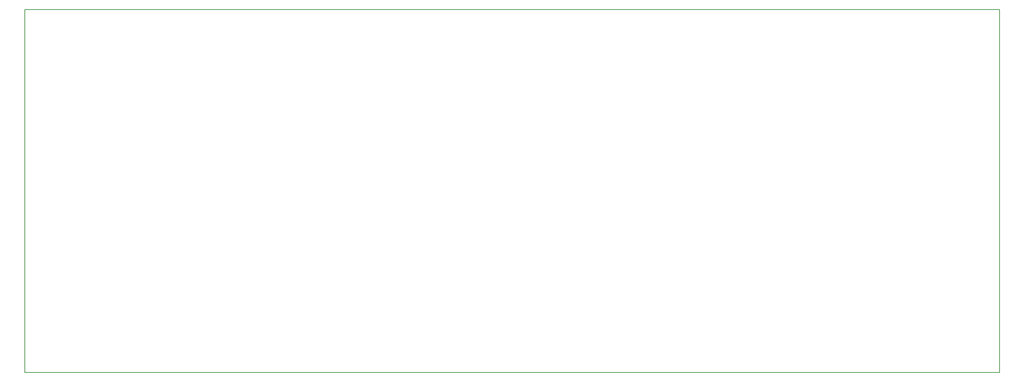
<source format=gbr>
G04 #@! TF.GenerationSoftware,KiCad,Pcbnew,(5.0.0)*
G04 #@! TF.CreationDate,2020-05-21T20:29:27-04:00*
G04 #@! TF.ProjectId,WS2812 ClockDIY,57533238313220436C6F636B4449592E,rev?*
G04 #@! TF.SameCoordinates,Original*
G04 #@! TF.FileFunction,Profile,NP*
%FSLAX46Y46*%
G04 Gerber Fmt 4.6, Leading zero omitted, Abs format (unit mm)*
G04 Created by KiCad (PCBNEW (5.0.0)) date 05/21/20 20:29:27*
%MOMM*%
%LPD*%
G01*
G04 APERTURE LIST*
%ADD10C,0.150000*%
G04 APERTURE END LIST*
D10*
X28000000Y-148000000D02*
X261000000Y-148000000D01*
X28000000Y-61000000D02*
X261000000Y-61000000D01*
X28000000Y-148000000D02*
X28000000Y-61000000D01*
X261000000Y-146000000D02*
X261000000Y-148000000D01*
X261000000Y-61000000D02*
X261000000Y-146000000D01*
M02*

</source>
